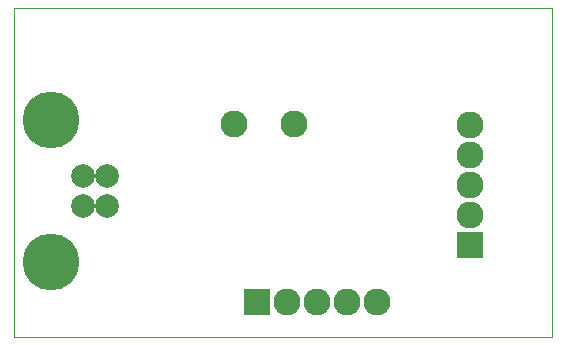
<source format=gbs>
G04 (created by PCBNEW-RS274X (2010-05-05 BZR 2356)-stable) date Fri 25 Feb 2011 10:53:11 AM CET*
G01*
G70*
G90*
%MOIN*%
G04 Gerber Fmt 3.4, Leading zero omitted, Abs format*
%FSLAX34Y34*%
G04 APERTURE LIST*
%ADD10C,0.006000*%
%ADD11C,0.001000*%
%ADD12R,0.090000X0.090000*%
%ADD13C,0.090000*%
%ADD14C,0.189300*%
%ADD15C,0.079100*%
G04 APERTURE END LIST*
G54D10*
G54D11*
X16650Y-21650D02*
X34600Y-21650D01*
X16650Y-32600D02*
X16650Y-21650D01*
X34600Y-32600D02*
X16650Y-32600D01*
X34600Y-21650D02*
X34600Y-32600D01*
G54D12*
X31850Y-29550D03*
G54D13*
X31850Y-28550D03*
X31850Y-27550D03*
X31850Y-26550D03*
X31850Y-25550D03*
G54D12*
X24750Y-31450D03*
G54D13*
X25750Y-31450D03*
X26750Y-31450D03*
X27750Y-31450D03*
X28750Y-31450D03*
X24000Y-25500D03*
X26000Y-25500D03*
G54D14*
X17898Y-30114D03*
X17898Y-25382D03*
G54D15*
X19750Y-27258D03*
X18960Y-27258D03*
X18960Y-28242D03*
X19750Y-28242D03*
M02*

</source>
